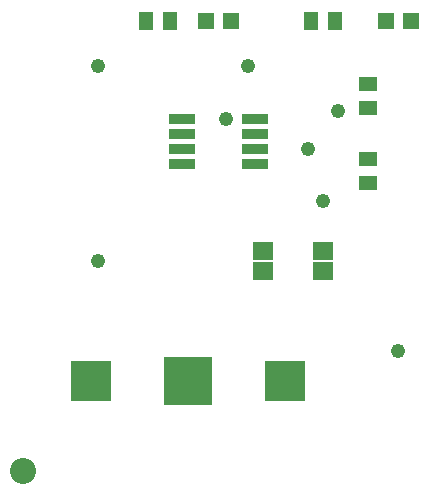
<source format=gts>
G75*
%MOIN*%
%OFA0B0*%
%FSLAX25Y25*%
%IPPOS*%
%LPD*%
%AMOC8*
5,1,8,0,0,1.08239X$1,22.5*
%
%ADD10C,0.08674*%
%ADD11R,0.16154X0.16154*%
%ADD12R,0.13398X0.13398*%
%ADD13R,0.06706X0.05918*%
%ADD14R,0.08800X0.03400*%
%ADD15R,0.05524X0.05524*%
%ADD16R,0.06312X0.05131*%
%ADD17R,0.05131X0.06312*%
%ADD18C,0.04762*%
D10*
X0016800Y0016800D03*
D11*
X0071800Y0046800D03*
D12*
X0104083Y0046800D03*
X0039517Y0046800D03*
D13*
X0096800Y0083454D03*
X0096800Y0090146D03*
X0116800Y0090146D03*
X0116800Y0083454D03*
D14*
X0093900Y0119300D03*
X0093900Y0124300D03*
X0093900Y0129300D03*
X0093900Y0134300D03*
X0069700Y0134300D03*
X0069700Y0129300D03*
X0069700Y0124300D03*
X0069700Y0119300D03*
D15*
X0077666Y0166800D03*
X0085934Y0166800D03*
X0137666Y0166800D03*
X0145934Y0166800D03*
D16*
X0131800Y0145737D03*
X0131800Y0137863D03*
X0131800Y0120737D03*
X0131800Y0112863D03*
D17*
X0120737Y0166800D03*
X0112863Y0166800D03*
X0065737Y0166800D03*
X0057863Y0166800D03*
D18*
X0041800Y0151800D03*
X0084300Y0134300D03*
X0091800Y0151800D03*
X0111800Y0124300D03*
X0121800Y0136800D03*
X0116800Y0106800D03*
X0141800Y0056800D03*
X0041800Y0086800D03*
M02*

</source>
